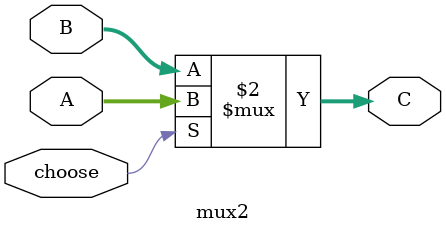
<source format=v>
`timescale 1ns / 1ps


module mux2
#(parameter WIDTH = 31)
(
    input [WIDTH-1:0] A,  //1的话就choose前面一个
    input [WIDTH-1:0] B,
    input choose,
    output[WIDTH-1:0] C
    );
    assign C = (choose==1) ? A:B;
endmodule

</source>
